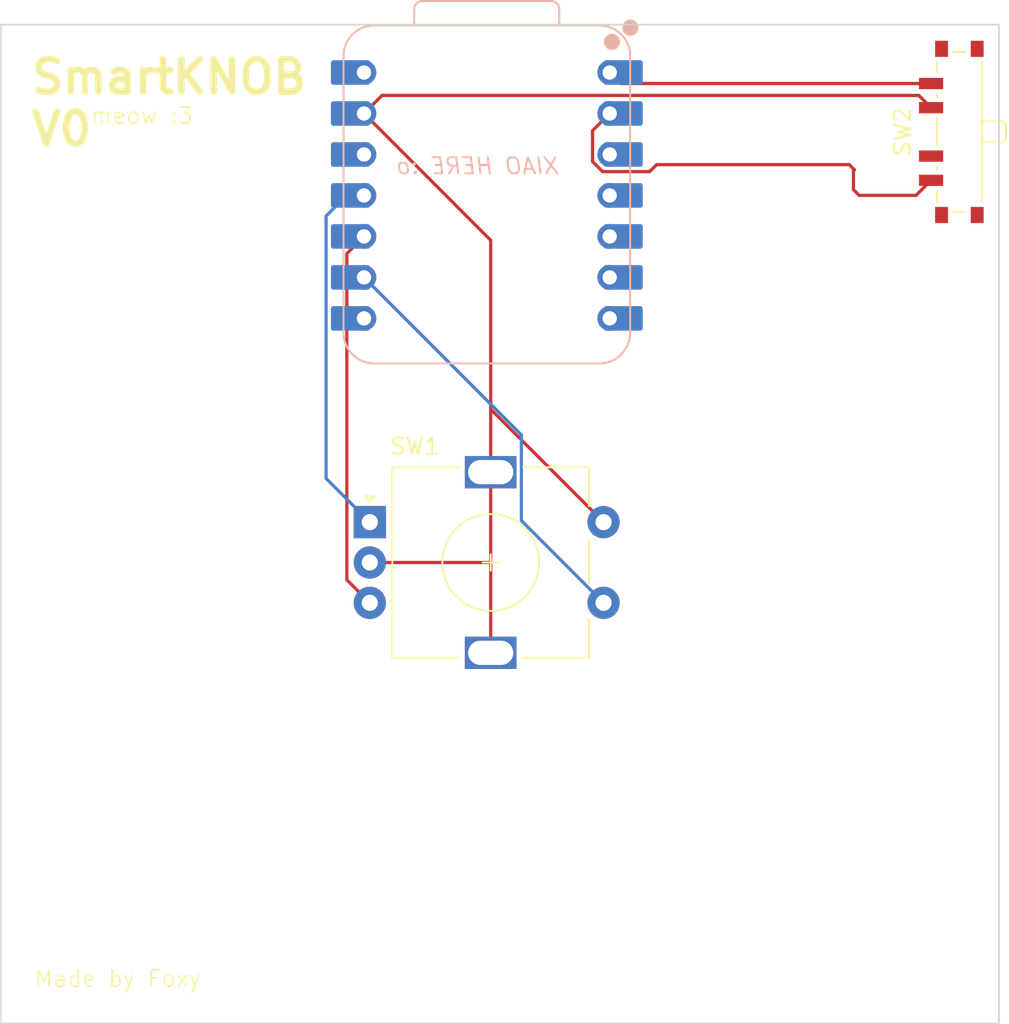
<source format=kicad_pcb>
(kicad_pcb (version 20241229) (generator "pcbnew") (generator_version "9.0")
  (layers (0 "F.Cu" signal) (2 "B.Cu" signal) (13 "F.Paste" user) (15 "B.Paste" user) (5 "F.SilkS" user "F.Silkscreen") (7 "B.SilkS" user "B.Silkscreen") (1 "F.Mask" user) (3 "B.Mask" user) (25 "Edge.Cuts" user))
  (net 0 "")
  (net 1 "Net-(U1-GPIO9{slash}D10{slash}A10{slash}MOSI)")
  (net 2 "Net-(U1-GPIO8{slash}D9{slash}A9{slash}MISO)")
  (net 3 "GND")
  (net 4 "Net-(U1-GPIO7{slash}D8{slash}A8{slash}SCK)")
  (net 10 "+5V")
  (net 13 "Net-(U1-GPIO1{slash}D0{slash}A0)")
  (net 14 "Net-(U1-GPIO2{slash}DA{slash}A1)")
  (footprint "Rotary_Encoder:RotaryEncoder_Alps_EC11E-Switch_Vertical_H20mm" (layer "F.Cu") (at 103.850027 92.75)
    (property "Reference" "SW1" (at 2.8 -4.7 0) (layer "F.SilkS"))
    (property "Value" "RotaryEncoder_Switch_MP" (hide yes))
    (fp_line (start -0.3 -1.6) (end 0.3 -1.6) (stroke (width 0.12)) (layer "F.SilkS"))
    (fp_line (start 0 -1.3) (end -0.3 -1.6) (stroke (width 0.12)) (layer "F.SilkS"))
    (fp_line (start 0.3 -1.6) (end 0 -1.3) (stroke (width 0.12)) (layer "F.SilkS"))
    (fp_line (start 1.4 -3.4) (end 1.4 8.4) (stroke (width 0.12)) (layer "F.SilkS"))
    (fp_line (start 5.5 -3.4) (end 1.4 -3.4) (stroke (width 0.12)) (layer "F.SilkS"))
    (fp_line (start 5.5 8.4) (end 1.4 8.4) (stroke (width 0.12)) (layer "F.SilkS"))
    (fp_line (start 7 2.5) (end 8 2.5) (stroke (width 0.12)) (layer "F.SilkS"))
    (fp_line (start 7.5 2) (end 7.5 3) (stroke (width 0.12)) (layer "F.SilkS"))
    (fp_line (start 9.5 -3.4) (end 13.6 -3.4) (stroke (width 0.12)) (layer "F.SilkS"))
    (fp_line (start 13.6 -3.4) (end 13.6 -1) (stroke (width 0.12)) (layer "F.SilkS"))
    (fp_line (start 13.6 1.2) (end 13.6 3.8) (stroke (width 0.12)) (layer "F.SilkS"))
    (fp_line (start 13.6 6) (end 13.6 8.4) (stroke (width 0.12)) (layer "F.SilkS"))
    (fp_line (start 13.6 8.4) (end 9.5 8.4) (stroke (width 0.12)) (layer "F.SilkS"))
    (fp_circle (center 7.5 2.5) (end 10.5 2.5) (stroke (width 0.12)) (fill no) (layer "F.SilkS"))
    (pad "A" thru_hole rect (at 0 0) (size 2 2) (drill 1) (layers "*.Cu" "*.Mask") (net 1 "Net-(U1-GPIO9{slash}D10{slash}A10{slash}MOSI)"))
    (pad "B" thru_hole circle (at 0 5) (size 2 2) (drill 1) (layers "*.Cu" "*.Mask") (net 2 "Net-(U1-GPIO8{slash}D9{slash}A9{slash}MISO)"))
    (pad "C" thru_hole circle (at 0 2.5) (size 2 2) (drill 1) (layers "*.Cu" "*.Mask") (net 3 "GND"))
    (pad "MP" thru_hole rect (at 7.5 -3.1) (size 3.2 2) (drill oval 2.8 1.5) (layers "*.Cu" "*.Mask") (net 3 "GND"))
    (pad "MP" thru_hole rect (at 7.5 8.1) (size 3.2 2) (drill oval 2.8 1.5) (layers "*.Cu" "*.Mask") (net 3 "GND"))
    (pad "S1" thru_hole circle (at 14.5 5) (size 2 2) (drill 1) (layers "*.Cu" "*.Mask") (net 4 "Net-(U1-GPIO7{slash}D8{slash}A8{slash}SCK)"))
    (pad "S2" thru_hole circle (at 14.5 0) (size 2 2) (drill 1) (layers "*.Cu" "*.Mask") (net 3 "GND"))
  )
  (footprint "Button_Switch_SMD:SW_SP3T_PCM13" (layer "F.Cu") (at 140.095 68.56 90)
    (property "Reference" "SW2" (at 0 -3.2 90) (layer "F.SilkS"))
    (property "Value" "SW_SP3T" (hide yes))
    (fp_line (start 3.65 -1.07) (end 4.35 -1.07) (stroke (width 0.12)) (layer "F.SilkS"))
    (fp_line (start 2.15 -1.07) (end 2.35 -1.07) (stroke (width 0.12)) (layer "F.SilkS"))
    (fp_line (start -0.85 -1.07) (end 0.85 -1.07) (stroke (width 0.12)) (layer "F.SilkS"))
    (fp_line (start -2.35 -1.07) (end -2.15 -1.07) (stroke (width 0.12)) (layer "F.SilkS"))
    (fp_line (start -4.35 -1.07) (end -3.65 -1.07) (stroke (width 0.12)) (layer "F.SilkS"))
    (fp_line (start -4.95 -0.07) (end -4.95 0.72) (stroke (width 0.12)) (layer "F.SilkS"))
    (fp_line (start 4.95 0.72) (end 4.95 -0.07) (stroke (width 0.12)) (layer "F.SilkS"))
    (fp_line (start -0.65 1.72) (end -0.65 3.02) (stroke (width 0.12)) (layer "F.SilkS"))
    (fp_line (start -4.35 1.72) (end 4.35 1.72) (stroke (width 0.12)) (layer "F.SilkS"))
    (fp_line (start 0.65 3.02) (end 0.65 1.72) (stroke (width 0.12)) (layer "F.SilkS"))
    (fp_line (start 0.65 3.02) (end 0.45 3.22) (stroke (width 0.12)) (layer "F.SilkS"))
    (fp_line (start -0.65 3.02) (end -0.45 3.22) (stroke (width 0.12)) (layer "F.SilkS"))
    (fp_line (start 0.45 3.22) (end -0.45 3.22) (stroke (width 0.12)) (layer "F.SilkS"))
    (pad "" smd rect (at -5.15 -0.78 90) (size 1 0.8) (layers "F.Cu" "F.Mask" "F.Paste"))
    (pad "" smd rect (at -5.15 1.43 90) (size 1 0.8) (layers "F.Cu" "F.Mask" "F.Paste"))
    (pad "" np_thru_hole circle (at -2.5 0.33 90) (size 0.9 0.9) (drill 0.9) (layers "*.Cu" "*.Mask"))
    (pad "" np_thru_hole circle (at 2.5 0.33 90) (size 0.9 0.9) (drill 0.9) (layers "*.Cu" "*.Mask"))
    (pad "" smd rect (at 5.15 -0.78 90) (size 1 0.8) (layers "F.Cu" "F.Mask" "F.Paste"))
    (pad "" smd rect (at 5.15 1.43 90) (size 1 0.8) (layers "F.Cu" "F.Mask" "F.Paste"))
    (pad "1" smd rect (at -3 -1.43 90) (size 0.7 1.5) (layers "F.Cu" "F.Mask" "F.Paste") (net 14 "Net-(U1-GPIO2{slash}DA{slash}A1)"))
    (pad "2" smd rect (at -1.5 -1.43 90) (size 0.7 1.5) (layers "F.Cu" "F.Mask" "F.Paste"))
    (pad "3" smd rect (at 1.5 -1.43 90) (size 0.7 1.5) (layers "F.Cu" "F.Mask" "F.Paste") (net 3 "GND"))
    (pad "4" smd rect (at 3 -1.43 90) (size 0.7 1.5) (layers "F.Cu" "F.Mask" "F.Paste") (net 13 "Net-(U1-GPIO1{slash}D0{slash}A0)"))
  )
  (footprint "OPL:XIAO-ESP32S3-DIP" (layer "B.Cu") (at 111.11 72.4985 180)
    (property "Reference" "U1" (hide yes))
    (property "Value" "XIAO-ESP32-S3-DIP")
    (fp_line (start 8.89 -8.509) (end 8.89 8.636) (stroke (width 0.127)) (layer "B.SilkS"))
    (fp_line (start 6.985 10.541) (end -6.985 10.541) (stroke (width 0.1)) (layer "B.SilkS"))
    (fp_line (start 6.985 10.541) (end -6.985 10.541) (stroke (width 0.127)) (layer "B.SilkS"))
    (fp_line (start 4.504 11.551) (end 4.504 10.541) (stroke (width 0.127)) (layer "B.SilkS"))
    (fp_line (start -3.991272 12.051) (end 4.004 12.051) (stroke (width 0.127)) (layer "B.SilkS"))
    (fp_line (start -4.495 10.541) (end -4.491272 11.551272) (stroke (width 0.127)) (layer "B.SilkS"))
    (fp_line (start -6.985 -10.414) (end 6.985 -10.414) (stroke (width 0.127)) (layer "B.SilkS"))
    (fp_line (start -8.89 -8.509) (end -8.89 8.636) (stroke (width 0.127)) (layer "B.SilkS"))
    (fp_arc (start 8.89 8.636) (mid 8.332038 9.983038) (end 6.985 10.541) (stroke (width 0.127)) (layer "B.SilkS"))
    (fp_arc (start 6.985 -10.414) (mid 8.332038 -9.856038) (end 8.89 -8.509) (stroke (width 0.127)) (layer "B.SilkS"))
    (fp_arc (start 4.504 11.551) (mid 4.357553 11.904553) (end 4.004 12.051) (stroke (width 0.127)) (layer "B.SilkS"))
    (fp_arc (start -3.991272 12.051) (mid -4.344724 11.904644) (end -4.491272 11.551272) (stroke (width 0.127)) (layer "B.SilkS"))
    (fp_arc (start -6.985 10.541) (mid -8.332038 9.983038) (end -8.89 8.636) (stroke (width 0.127)) (layer "B.SilkS"))
    (fp_arc (start -8.89 -8.509) (mid -8.332038 -9.856038) (end -6.985 -10.414) (stroke (width 0.127)) (layer "B.SilkS"))
    (fp_circle (center -7.761 9.52) (end -7.761 9.774) (stroke (width 0.5)) (fill yes) (layer "B.SilkS"))
    (fp_circle (center -8.904 10.4) (end -8.904 10.654) (stroke (width 0.5)) (fill yes) (layer "B.SilkS"))
    (pad "1" smd roundrect (at -8.455 7.62) (size 2.432 1.524) (layers "B.Cu" "B.Mask") (roundrect_rratio 0.1) (net 13 "Net-(U1-GPIO1{slash}D0{slash}A0)"))
    (pad "1" thru_hole circle (at -7.62 7.62) (size 1.524 1.524) (drill 0.889) (layers "*.Cu" "*.Mask") (net 13 "Net-(U1-GPIO1{slash}D0{slash}A0)"))
    (pad "2" smd roundrect (at -8.455 5.08) (size 2.432 1.524) (layers "B.Cu" "B.Mask") (roundrect_rratio 0.1) (net 14 "Net-(U1-GPIO2{slash}DA{slash}A1)"))
    (pad "2" thru_hole circle (at -7.62 5.08) (size 1.524 1.524) (drill 0.889) (layers "*.Cu" "*.Mask") (net 14 "Net-(U1-GPIO2{slash}DA{slash}A1)"))
    (pad "3" smd roundrect (at -8.455 2.54) (size 2.432 1.524) (layers "B.Cu" "B.Mask") (roundrect_rratio 0.1))
    (pad "3" thru_hole circle (at -7.62 2.54) (size 1.524 1.524) (drill 0.889) (layers "*.Cu" "*.Mask"))
    (pad "4" smd roundrect (at -8.455 0) (size 2.432 1.524) (layers "B.Cu" "B.Mask") (roundrect_rratio 0.1))
    (pad "4" thru_hole circle (at -7.62 0) (size 1.524 1.524) (drill 0.889) (layers "*.Cu" "*.Mask"))
    (pad "5" smd roundrect (at -8.455 -2.54) (size 2.432 1.524) (layers "B.Cu" "B.Mask") (roundrect_rratio 0.1))
    (pad "5" thru_hole circle (at -7.62 -2.54) (size 1.524 1.524) (drill 0.889) (layers "*.Cu" "*.Mask"))
    (pad "6" smd roundrect (at -8.455 -5.08) (size 2.432 1.524) (layers "B.Cu" "B.Mask") (roundrect_rratio 0.1))
    (pad "6" thru_hole circle (at -7.62 -5.08) (size 1.524 1.524) (drill 0.889) (layers "*.Cu" "*.Mask"))
    (pad "7" smd roundrect (at -8.455 -7.62) (size 2.432 1.524) (layers "B.Cu" "B.Mask") (roundrect_rratio 0.1))
    (pad "7" thru_hole circle (at -7.62 -7.62) (size 1.524 1.524) (drill 0.889) (layers "*.Cu" "*.Mask"))
    (pad "8" thru_hole circle (at 7.62 -7.62 180) (size 1.524 1.524) (drill 0.889) (layers "*.Cu" "*.Mask"))
    (pad "8" smd roundrect (at 8.455 -7.62 180) (size 2.432 1.524) (layers "B.Cu" "B.Mask") (roundrect_rratio 0.1))
    (pad "9" thru_hole circle (at 7.62 -5.08 180) (size 1.524 1.524) (drill 0.889) (layers "*.Cu" "*.Mask") (net 4 "Net-(U1-GPIO7{slash}D8{slash}A8{slash}SCK)"))
    (pad "9" smd roundrect (at 8.455 -5.08 180) (size 2.432 1.524) (layers "B.Cu" "B.Mask") (roundrect_rratio 0.1) (net 4 "Net-(U1-GPIO7{slash}D8{slash}A8{slash}SCK)"))
    (pad "10" thru_hole circle (at 7.62 -2.54 180) (size 1.524 1.524) (drill 0.889) (layers "*.Cu" "*.Mask") (net 2 "Net-(U1-GPIO8{slash}D9{slash}A9{slash}MISO)"))
    (pad "10" smd roundrect (at 8.455 -2.54 180) (size 2.432 1.524) (layers "B.Cu" "B.Mask") (roundrect_rratio 0.1) (net 2 "Net-(U1-GPIO8{slash}D9{slash}A9{slash}MISO)"))
    (pad "11" thru_hole circle (at 7.62 0 180) (size 1.524 1.524) (drill 0.889) (layers "*.Cu" "*.Mask") (net 1 "Net-(U1-GPIO9{slash}D10{slash}A10{slash}MOSI)"))
    (pad "11" smd roundrect (at 8.455 0 180) (size 2.432 1.524) (layers "B.Cu" "B.Mask") (roundrect_rratio 0.1) (net 1 "Net-(U1-GPIO9{slash}D10{slash}A10{slash}MOSI)"))
    (pad "12" thru_hole circle (at 7.62 2.54 180) (size 1.524 1.524) (drill 0.889) (layers "*.Cu" "*.Mask"))
    (pad "12" smd roundrect (at 8.455 2.54 180) (size 2.432 1.524) (layers "B.Cu" "B.Mask") (roundrect_rratio 0.1))
    (pad "13" thru_hole circle (at 7.62 5.08 180) (size 1.524 1.524) (drill 0.889) (layers "*.Cu" "*.Mask") (net 3 "GND"))
    (pad "13" smd roundrect (at 8.455 5.08 180) (size 2.432 1.524) (layers "B.Cu" "B.Mask") (roundrect_rratio 0.1) (net 3 "GND"))
    (pad "14" thru_hole circle (at 7.62 7.62 180) (size 1.524 1.524) (drill 0.889) (layers "*.Cu" "*.Mask") (net 10 "+5V"))
    (pad "14" smd roundrect (at 8.455 7.62 180) (size 2.432 1.524) (layers "B.Cu" "B.Mask") (roundrect_rratio 0.1) (net 10 "+5V"))
  )
  (gr_rect (start 80.9625 61.9125) (end 142.875 123.825) (stroke (width 0.1)) (fill no) (layer "Edge.Cuts"))
  (gr_text "meow :3" (at 86.48 68.14 0) (layer "F.SilkS") (effects (font (size 1 1) (thickness 0.1)) (justify left bottom)))
  (gr_text "Made by Foxy\n" (at 82.99 121.64 0) (layer "F.SilkS") (effects (font (size 1 1) (thickness 0.1)) (justify left bottom)))
  (gr_text "SmartKNOB \nV0" (at 82.66 69.55 0) (layer "F.SilkS") (effects (font (size 2 2) (thickness 0.4) (bold yes)) (justify left bottom)))
  (gr_text "XIAO HERE :o" (at 115.7 71.26 0) (layer "B.SilkS") (effects (font (size 1 1) (thickness 0.125) (italic yes)) (justify left bottom mirror)))
  (segment (start 103.850027 92.75) (end 101.138 90.037973) (width 0.2) (layer "B.Cu") (net 1))
  (segment (start 101.138 73.77287) (end 102.41237 72.4985) (width 0.2) (layer "B.Cu") (net 1))
  (segment (start 102.41237 72.4985) (end 103.49 72.4985) (width 0.2) (layer "B.Cu") (net 1))
  (segment (start 101.138 90.037973) (end 101.138 73.77287) (width 0.2) (layer "B.Cu") (net 1))
  (segment (start 102.427 96.326973) (end 102.427 76.1015) (width 0.2) (layer "F.Cu") (net 2))
  (segment (start 102.427 76.1015) (end 103.49 75.0385) (width 0.2) (layer "F.Cu") (net 2))
  (segment (start 103.850027 97.75) (end 102.427 96.326973) (width 0.2) (layer "F.Cu") (net 2))
  (segment (start 111.350027 85.75) (end 111.350027 75.62) (width 0.2) (layer "F.Cu") (net 3))
  (segment (start 111.350027 75.62) (end 111.350027 75.278527) (width 0.2) (layer "F.Cu") (net 3))
  (segment (start 138.665 67.06) (end 137.905 66.3) (width 0.2) (layer "F.Cu") (net 3))
  (segment (start 111.310027 95.25) (end 111.350027 95.21) (width 0.2) (layer "F.Cu") (net 3))
  (segment (start 111.350027 100.85) (end 111.350027 95.21) (width 0.2) (layer "F.Cu") (net 3))
  (segment (start 111.350027 75.278527) (end 105.07575 69.00425) (width 0.2) (layer "F.Cu") (net 3))
  (segment (start 104.6085 66.3) (end 103.49 67.4185) (width 0.2) (layer "F.Cu") (net 3))
  (segment (start 105.07575 69.00425) (end 103.49 67.4185) (width 0.2) (layer "F.Cu") (net 3))
  (segment (start 103.850027 95.25) (end 111.310027 95.25) (width 0.2) (layer "F.Cu") (net 3))
  (segment (start 111.350027 89.65) (end 111.350027 85.75) (width 0.2) (layer "F.Cu") (net 3))
  (segment (start 118.350027 92.75) (end 111.350027 85.75) (width 0.2) (layer "F.Cu") (net 3))
  (segment (start 111.350027 95.21) (end 111.350027 89.65) (width 0.2) (layer "F.Cu") (net 3))
  (segment (start 137.905 66.3) (end 104.6085 66.3) (width 0.2) (layer "F.Cu") (net 3))
  (segment (start 118.350027 97.75) (end 113.251027 92.651) (width 0.2) (layer "B.Cu") (net 4))
  (segment (start 113.251027 92.651) (end 113.251027 87.339527) (width 0.2) (layer "B.Cu") (net 4))
  (segment (start 113.251027 87.339527) (end 103.49 77.5785) (width 0.2) (layer "B.Cu") (net 4))
  (segment (start 119.4115 65.56) (end 118.73 64.8785) (width 0.2) (layer "F.Cu") (net 13))
  (segment (start 138.665 65.56) (end 119.4115 65.56) (width 0.2) (layer "F.Cu") (net 13))
  (segment (start 138.665 71.56) (end 137.734 72.491) (width 0.2) (layer "F.Cu") (net 14))
  (segment (start 133.849 72.138943) (end 133.849 70.971) (width 0.2) (layer "F.Cu") (net 14))
  (segment (start 118.28969 71.0215) (end 117.667 70.39881) (width 0.2) (layer "F.Cu") (net 14))
  (segment (start 117.667 70.39881) (end 117.667 68.4815) (width 0.2) (layer "F.Cu") (net 14))
  (segment (start 133.91 70.91) (end 133.59 70.59) (width 0.2) (layer "F.Cu") (net 14))
  (segment (start 133.849 70.971) (end 133.91 70.91) (width 0.2) (layer "F.Cu") (net 14))
  (segment (start 121.64 70.59) (end 121.2085 71.0215) (width 0.2) (layer "F.Cu") (net 14))
  (segment (start 121.2085 71.0215) (end 118.28969 71.0215) (width 0.2) (layer "F.Cu") (net 14))
  (segment (start 133.59 70.59) (end 121.64 70.59) (width 0.2) (layer "F.Cu") (net 14))
  (segment (start 134.201057 72.491) (end 133.849 72.138943) (width 0.2) (layer "F.Cu") (net 14))
  (segment (start 137.734 72.491) (end 134.201057 72.491) (width 0.2) (layer "F.Cu") (net 14))
  (segment (start 117.667 68.4815) (end 118.73 67.4185) (width 0.2) (layer "F.Cu") (net 14))
)
</source>
